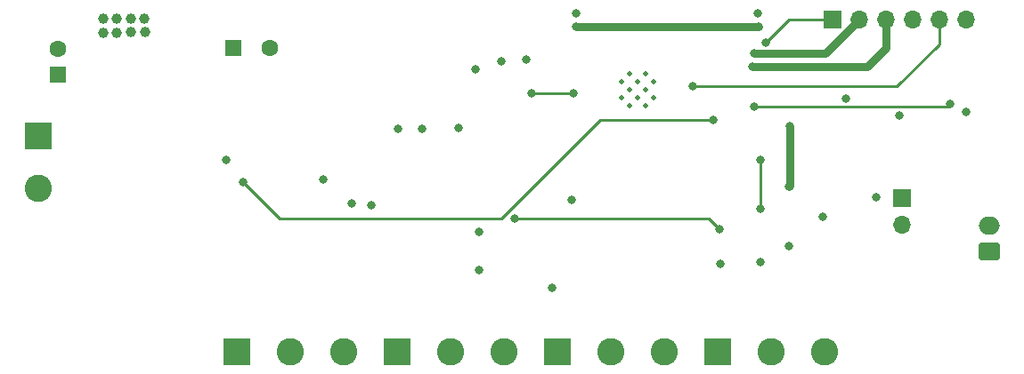
<source format=gbr>
%TF.GenerationSoftware,KiCad,Pcbnew,(6.0.8)*%
%TF.CreationDate,2022-10-05T23:26:50+02:00*%
%TF.ProjectId,DMX_ControllerBoard,444d585f-436f-46e7-9472-6f6c6c657242,rev?*%
%TF.SameCoordinates,Original*%
%TF.FileFunction,Copper,L4,Bot*%
%TF.FilePolarity,Positive*%
%FSLAX46Y46*%
G04 Gerber Fmt 4.6, Leading zero omitted, Abs format (unit mm)*
G04 Created by KiCad (PCBNEW (6.0.8)) date 2022-10-05 23:26:50*
%MOMM*%
%LPD*%
G01*
G04 APERTURE LIST*
G04 Aperture macros list*
%AMRoundRect*
0 Rectangle with rounded corners*
0 $1 Rounding radius*
0 $2 $3 $4 $5 $6 $7 $8 $9 X,Y pos of 4 corners*
0 Add a 4 corners polygon primitive as box body*
4,1,4,$2,$3,$4,$5,$6,$7,$8,$9,$2,$3,0*
0 Add four circle primitives for the rounded corners*
1,1,$1+$1,$2,$3*
1,1,$1+$1,$4,$5*
1,1,$1+$1,$6,$7*
1,1,$1+$1,$8,$9*
0 Add four rect primitives between the rounded corners*
20,1,$1+$1,$2,$3,$4,$5,0*
20,1,$1+$1,$4,$5,$6,$7,0*
20,1,$1+$1,$6,$7,$8,$9,0*
20,1,$1+$1,$8,$9,$2,$3,0*%
G04 Aperture macros list end*
%TA.AperFunction,ComponentPad*%
%ADD10R,1.600000X1.600000*%
%TD*%
%TA.AperFunction,ComponentPad*%
%ADD11C,1.600000*%
%TD*%
%TA.AperFunction,ComponentPad*%
%ADD12R,2.600000X2.600000*%
%TD*%
%TA.AperFunction,ComponentPad*%
%ADD13C,2.600000*%
%TD*%
%TA.AperFunction,ComponentPad*%
%ADD14RoundRect,0.250000X0.750000X-0.600000X0.750000X0.600000X-0.750000X0.600000X-0.750000X-0.600000X0*%
%TD*%
%TA.AperFunction,ComponentPad*%
%ADD15O,2.000000X1.700000*%
%TD*%
%TA.AperFunction,ComponentPad*%
%ADD16C,0.475000*%
%TD*%
%TA.AperFunction,ComponentPad*%
%ADD17R,1.700000X1.700000*%
%TD*%
%TA.AperFunction,ComponentPad*%
%ADD18O,1.700000X1.700000*%
%TD*%
%TA.AperFunction,ViaPad*%
%ADD19C,1.000000*%
%TD*%
%TA.AperFunction,ViaPad*%
%ADD20C,0.800000*%
%TD*%
%TA.AperFunction,Conductor*%
%ADD21C,0.250000*%
%TD*%
%TA.AperFunction,Conductor*%
%ADD22C,0.750000*%
%TD*%
G04 APERTURE END LIST*
D10*
%TO.P,C8,1*%
%TO.N,VCC*%
X26162000Y-32702500D03*
D11*
%TO.P,C8,2*%
%TO.N,GND*%
X26162000Y-30202500D03*
%TD*%
D10*
%TO.P,C12,1*%
%TO.N,+5V*%
X42799000Y-30099000D03*
D11*
%TO.P,C12,2*%
%TO.N,GND*%
X46299000Y-30099000D03*
%TD*%
D12*
%TO.P,J3,1,Pin_1*%
%TO.N,GND*%
X24257000Y-38544500D03*
D13*
%TO.P,J3,2,Pin_2*%
%TO.N,VCC*%
X24257000Y-43544500D03*
%TD*%
D14*
%TO.P,J5,1,Pin_1*%
%TO.N,Net-(J5-Pad1)*%
X114731800Y-49542700D03*
D15*
%TO.P,J5,2,Pin_2*%
%TO.N,Net-(J5-Pad2)*%
X114731800Y-47042700D03*
%TD*%
D16*
%TO.P,U3,39,GND*%
%TO.N,GND*%
X81298500Y-34904500D03*
X81298500Y-33379500D03*
X79773500Y-33379500D03*
X82061000Y-32617000D03*
X82823500Y-33379500D03*
X80536000Y-35667000D03*
X79773500Y-34904500D03*
X82061000Y-34142000D03*
X80536000Y-32617000D03*
X82823500Y-34904500D03*
X80536000Y-34142000D03*
X82061000Y-35667000D03*
%TD*%
D12*
%TO.P,J1,1,Pin_1*%
%TO.N,+5V*%
X43116500Y-59055000D03*
D13*
%TO.P,J1,2,Pin_2*%
%TO.N,GND*%
X48196500Y-59055000D03*
%TO.P,J1,3,Pin_3*%
%TO.N,Button1_sense*%
X53276500Y-59055000D03*
%TD*%
D12*
%TO.P,J2,1,Pin_1*%
%TO.N,+5V*%
X58356500Y-59055000D03*
D13*
%TO.P,J2,2,Pin_2*%
%TO.N,GND*%
X63436500Y-59055000D03*
%TO.P,J2,3,Pin_3*%
%TO.N,Button2_sense*%
X68516500Y-59055000D03*
%TD*%
D12*
%TO.P,J4,1,Pin_1*%
%TO.N,+5V*%
X73596500Y-59055000D03*
D13*
%TO.P,J4,2,Pin_2*%
%TO.N,GND*%
X78676500Y-59055000D03*
%TO.P,J4,3,Pin_3*%
%TO.N,Button3_sense*%
X83756500Y-59055000D03*
%TD*%
D12*
%TO.P,J6,1,Pin_1*%
%TO.N,+5V*%
X88836500Y-59055000D03*
D13*
%TO.P,J6,2,Pin_2*%
%TO.N,GND*%
X93916500Y-59055000D03*
%TO.P,J6,3,Pin_3*%
%TO.N,Button4_sense*%
X98996500Y-59055000D03*
%TD*%
D17*
%TO.P,J7,1,Pin_1*%
%TO.N,BOOT_MODE*%
X99758500Y-27432000D03*
D18*
%TO.P,J7,2,Pin_2*%
%TO.N,TXD*%
X102298500Y-27432000D03*
%TO.P,J7,3,Pin_3*%
%TO.N,RXD*%
X104838500Y-27432000D03*
%TO.P,J7,4,Pin_4*%
%TO.N,+3.3V*%
X107378500Y-27432000D03*
%TO.P,J7,5,Pin_5*%
%TO.N,RESET*%
X109918500Y-27432000D03*
%TO.P,J7,6,Pin_6*%
%TO.N,GND*%
X112458500Y-27432000D03*
%TD*%
D17*
%TO.P,JP1,1,1*%
%TO.N,Net-(JP1-Pad1)*%
X106387900Y-44450000D03*
D18*
%TO.P,JP1,2,2*%
%TO.N,Net-(J5-Pad1)*%
X106387900Y-46990000D03*
%TD*%
D19*
%TO.N,GND*%
X34353500Y-27305000D03*
D20*
X58483500Y-37846000D03*
X92646500Y-26797000D03*
D19*
X31750000Y-28702000D03*
D20*
X92964000Y-50546000D03*
X60769500Y-37846000D03*
D19*
X34417000Y-28638500D03*
X30416500Y-27305000D03*
X33041166Y-27305000D03*
X33083500Y-28638500D03*
D20*
X98869500Y-46228000D03*
X65849500Y-32131000D03*
X64198500Y-37719000D03*
X101092000Y-34988500D03*
X74993500Y-44577000D03*
X42164000Y-40830500D03*
X70675500Y-31242000D03*
X112522000Y-36195000D03*
D19*
X30416500Y-28702000D03*
D20*
X66167000Y-51308000D03*
X68262500Y-31369000D03*
X51371500Y-42672000D03*
X54038500Y-44958000D03*
X75374500Y-26797000D03*
D19*
X31728833Y-27305000D03*
D20*
%TO.N,RESET*%
X75120500Y-34417000D03*
X86487000Y-33782000D03*
X71183500Y-34417000D03*
%TO.N,+3.3V*%
X89027000Y-47371000D03*
X69596000Y-46355000D03*
X92773500Y-28067000D03*
X75374500Y-28067000D03*
%TO.N,+5V*%
X103949500Y-44323000D03*
X73152000Y-52959000D03*
X106133900Y-36576000D03*
X89154000Y-50673000D03*
X95631000Y-49022000D03*
X66167000Y-47625000D03*
X55943500Y-45085000D03*
%TO.N,BOOT_MODE*%
X93472000Y-29591000D03*
X95694500Y-37592000D03*
X95631000Y-43307000D03*
%TO.N,RXD*%
X92202000Y-31877000D03*
%TO.N,TXD*%
X92329000Y-30607000D03*
%TO.N,ERROR_LED*%
X43751500Y-42926000D03*
X88455500Y-36957000D03*
%TO.N,B4*%
X92964000Y-40767000D03*
X92964000Y-45466000D03*
%TO.N,FACTORY_RESET*%
X92329000Y-35687000D03*
X110998000Y-35433000D03*
%TD*%
D21*
%TO.N,RESET*%
X109918500Y-27432000D02*
X109918500Y-29781500D01*
X75120500Y-34417000D02*
X71183500Y-34417000D01*
X105918000Y-33782000D02*
X86487000Y-33782000D01*
X109918500Y-29781500D02*
X105918000Y-33782000D01*
%TO.N,+3.3V*%
X69596000Y-46355000D02*
X88011000Y-46355000D01*
D22*
X75374500Y-28067000D02*
X92773500Y-28067000D01*
D21*
X88011000Y-46355000D02*
X89027000Y-47371000D01*
D22*
%TO.N,BOOT_MODE*%
X95694500Y-43243500D02*
X95631000Y-43307000D01*
D21*
X93472000Y-29591000D02*
X95631000Y-27432000D01*
D22*
X95694500Y-37592000D02*
X95694500Y-43243500D01*
D21*
X95631000Y-27432000D02*
X99758500Y-27432000D01*
D22*
%TO.N,RXD*%
X103060500Y-31877000D02*
X104838500Y-30099000D01*
X92710000Y-31877000D02*
X92202000Y-31877000D01*
X92710000Y-31877000D02*
X103060500Y-31877000D01*
X104838500Y-30099000D02*
X104838500Y-27432000D01*
%TO.N,TXD*%
X99123500Y-30607000D02*
X102298500Y-27432000D01*
X99123500Y-30607000D02*
X92329000Y-30607000D01*
D21*
%TO.N,ERROR_LED*%
X68262500Y-46355000D02*
X76644500Y-37973000D01*
X47180500Y-46355000D02*
X58483500Y-46355000D01*
X76644500Y-37973000D02*
X77660500Y-36957000D01*
X58483500Y-46355000D02*
X68262500Y-46355000D01*
X43751500Y-42926000D02*
X47180500Y-46355000D01*
X77660500Y-36957000D02*
X88455500Y-36957000D01*
%TO.N,B4*%
X92964000Y-40767000D02*
X92964000Y-45466000D01*
%TO.N,FACTORY_RESET*%
X92355500Y-35713500D02*
X110717500Y-35713500D01*
X92329000Y-35687000D02*
X92355500Y-35713500D01*
X110717500Y-35713500D02*
X110998000Y-35433000D01*
%TD*%
M02*

</source>
